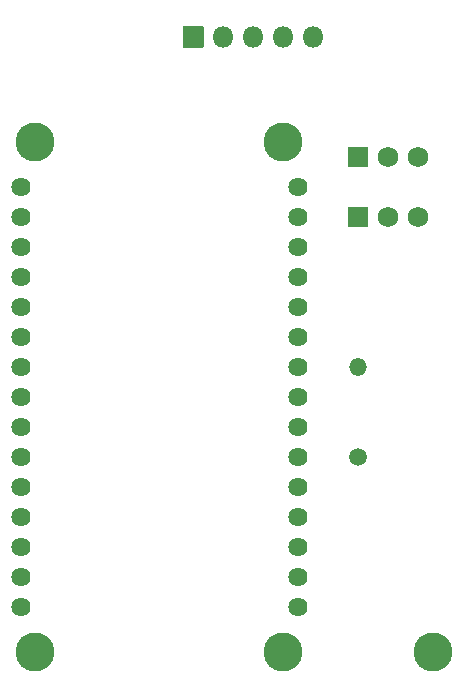
<source format=gbr>
%TF.GenerationSoftware,KiCad,Pcbnew,(5.1.9)-1*%
%TF.CreationDate,2021-04-23T18:31:25-07:00*%
%TF.ProjectId,LakeLevel,4c616b65-4c65-4766-956c-2e6b69636164,rev?*%
%TF.SameCoordinates,Original*%
%TF.FileFunction,Soldermask,Top*%
%TF.FilePolarity,Negative*%
%FSLAX46Y46*%
G04 Gerber Fmt 4.6, Leading zero omitted, Abs format (unit mm)*
G04 Created by KiCad (PCBNEW (5.1.9)-1) date 2021-04-23 18:31:25*
%MOMM*%
%LPD*%
G01*
G04 APERTURE LIST*
%ADD10C,3.301600*%
%ADD11C,1.625600*%
%ADD12O,1.501600X1.501600*%
%ADD13C,1.501600*%
%ADD14O,1.801600X1.801600*%
%ADD15C,1.751600*%
G04 APERTURE END LIST*
D10*
%TO.C,REF\u002A\u002A*%
X156210000Y-114300000D03*
%TD*%
D11*
%TO.C,U1*%
X144780000Y-74930000D03*
X144780000Y-77470000D03*
X144780000Y-80010000D03*
X144780000Y-82550000D03*
X144780000Y-85090000D03*
X144780000Y-87630000D03*
X144780000Y-90170000D03*
X144780000Y-92710000D03*
X144780000Y-95250000D03*
X144780000Y-97790000D03*
X144780000Y-100330000D03*
X144780000Y-102870000D03*
X144780000Y-105410000D03*
X144780000Y-107950000D03*
X144780000Y-110490000D03*
X121285000Y-110490000D03*
X121285000Y-107950000D03*
X121285000Y-105410000D03*
X121285000Y-102870000D03*
X121285000Y-100330000D03*
X121285000Y-97790000D03*
X121285000Y-95250000D03*
X121285000Y-92710000D03*
X121285000Y-90170000D03*
X121285000Y-87630000D03*
X121285000Y-85090000D03*
X121285000Y-82550000D03*
X121285000Y-80010000D03*
X121285000Y-77470000D03*
X121285000Y-74930000D03*
%TD*%
D12*
%TO.C,R1*%
X149860000Y-90170000D03*
D13*
X149860000Y-97790000D03*
%TD*%
D14*
%TO.C,J1*%
X146050000Y-62230000D03*
X143510000Y-62230000D03*
X140970000Y-62230000D03*
X138430000Y-62230000D03*
G36*
G01*
X136740000Y-63130800D02*
X135040000Y-63130800D01*
G75*
G02*
X134989200Y-63080000I0J50800D01*
G01*
X134989200Y-61380000D01*
G75*
G02*
X135040000Y-61329200I50800J0D01*
G01*
X136740000Y-61329200D01*
G75*
G02*
X136790800Y-61380000I0J-50800D01*
G01*
X136790800Y-63080000D01*
G75*
G02*
X136740000Y-63130800I-50800J0D01*
G01*
G37*
%TD*%
D10*
%TO.C,REF\u002A\u002A*%
X143510000Y-114300000D03*
%TD*%
%TO.C,REF\u002A\u002A*%
X122520000Y-71120000D03*
%TD*%
%TO.C,REF\u002A\u002A*%
X143510000Y-71120000D03*
%TD*%
%TO.C,REF\u002A\u002A*%
X122520000Y-114300000D03*
%TD*%
%TO.C,DS18B20*%
G36*
G01*
X148984200Y-73215000D02*
X148984200Y-71565000D01*
G75*
G02*
X149035000Y-71514200I50800J0D01*
G01*
X150685000Y-71514200D01*
G75*
G02*
X150735800Y-71565000I0J-50800D01*
G01*
X150735800Y-73215000D01*
G75*
G02*
X150685000Y-73265800I-50800J0D01*
G01*
X149035000Y-73265800D01*
G75*
G02*
X148984200Y-73215000I0J50800D01*
G01*
G37*
D15*
X152400000Y-72390000D03*
X154940000Y-72390000D03*
G36*
G01*
X148984200Y-78295000D02*
X148984200Y-76645000D01*
G75*
G02*
X149035000Y-76594200I50800J0D01*
G01*
X150685000Y-76594200D01*
G75*
G02*
X150735800Y-76645000I0J-50800D01*
G01*
X150735800Y-78295000D01*
G75*
G02*
X150685000Y-78345800I-50800J0D01*
G01*
X149035000Y-78345800D01*
G75*
G02*
X148984200Y-78295000I0J50800D01*
G01*
G37*
X152400000Y-77470000D03*
X154940000Y-77470000D03*
%TD*%
M02*

</source>
